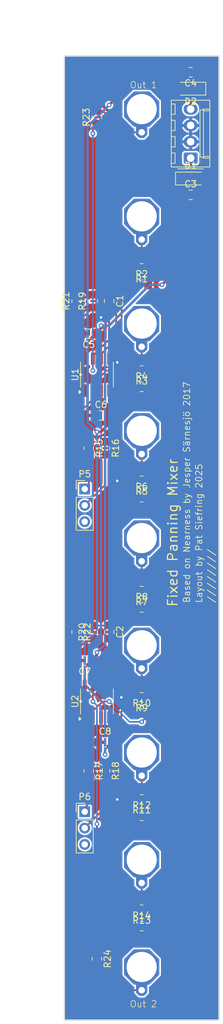
<source format=kicad_pcb>
(kicad_pcb (version 20240108) (generator "pcbnew") (generator_version "8.0")
  (layers (0 "F.Cu" signal) (31 "B.Cu" signal) (34 "B.Paste" user) (35 "F.Paste" user) (36 "B.SilkS" user "B.Silkscreen") (37 "F.SilkS" user "F.Silkscreen") (38 "B.Mask" user) (39 "F.Mask" user) (44 "Edge.Cuts" user))
  (net 0 "")
  (net 1 "GND")
  (net 2 "Net-(U1B--)")
  (net 3 "Net-(C1-Pad2)")
  (net 4 "Net-(U2B--)")
  (net 5 "Net-(C2-Pad2)")
  (net 6 "+12V")
  (net 7 "-12V")
  (net 8 "+12VEntry")
  (net 9 "-12VEntry")
  (net 10 "Net-(P5-Pin_2)")
  (net 11 "Net-(P5-Pin_1)")
  (net 12 "Net-(P6-Pin_2)")
  (net 13 "Net-(P6-Pin_1)")
  (net 14 "Net-(U1A--)")
  (net 15 "Net-(U2A--)")
  (net 16 "2")
  (net 17 "3")
  (net 18 "4")
  (net 19 "5")
  (net 20 "6")
  (net 21 "7")
  (net 22 "8")
  (net 23 "1 (top out)")
  (net 24 "9 (bottom out)")
  (net 25 "x")
  (net 26 "y")
  (footprint "Package_SO:SOIC-8_3.9x4.9mm_P1.27mm" (layer "F.Cu") (at 120.015 69.85 90)
    (property "Reference" "U1" (at 0 -3.4 90) (layer "F.SilkS"))
    (property "Value" "LME49720")
    (pad "1" smd roundrect (at -2.475 -1.905 90) (size 1.95 0.6) (layers "F.Cu" "F.Paste" "F.Mask") (net 11 "Net-(P5-Pin_1)"))
    (pad "2" smd roundrect (at -2.475 -0.635 90) (size 1.95 0.6) (layers "F.Cu" "F.Paste" "F.Mask") (net 14 "Net-(U1A--)"))
    (pad "3" smd roundrect (at -2.475 0.635 90) (size 1.95 0.6) (layers "F.Cu" "F.Paste" "F.Mask") (net 1 "GND"))
    (pad "4" smd roundrect (at -2.475 1.905 90) (size 1.95 0.6) (layers "F.Cu" "F.Paste" "F.Mask") (net 7 "-12V"))
    (pad "5" smd roundrect (at 2.475 1.905 90) (size 1.95 0.6) (layers "F.Cu" "F.Paste" "F.Mask") (net 1 "GND"))
    (pad "6" smd roundrect (at 2.475 0.635 90) (size 1.95 0.6) (layers "F.Cu" "F.Paste" "F.Mask") (net 2 "Net-(U1B--)"))
    (pad "7" smd roundrect (at 2.475 -0.635 90) (size 1.95 0.6) (layers "F.Cu" "F.Paste" "F.Mask") (net 3 "Net-(C1-Pad2)"))
    (pad "8" smd roundrect (at 2.475 -1.905 90) (size 1.95 0.6) (layers "F.Cu" "F.Paste" "F.Mask") (net 6 "+12V"))
  )
  (footprint "Connector_PinHeader_2.54mm:PinHeader_1x03_P2.54mm_Vertical" (layer "F.Cu") (at 118.11 87.63)
    (property "Reference" "P5" (at 0 -2.33 0) (layer "F.SilkS"))
    (property "Value" "PinHeader_1x03_P2.54mm_Vertical")
    (pad "1" thru_hole rect (at 0 0) (size 1.7 1.7) (drill 1) (layers "*.Cu" "*.Mask") (net 11 "Net-(P5-Pin_1)"))
    (pad "2" thru_hole oval (at 0 2.54) (size 1.7 1.7) (drill 1) (layers "*.Cu" "*.Mask") (net 10 "Net-(P5-Pin_2)"))
    (pad "3" thru_hole oval (at 0 5.08) (size 1.7 1.7) (drill 1) (layers "*.Cu" "*.Mask") (net 25 "x"))
  )
  (footprint "Resistor_SMD:R_0805_2012Metric_Pad1.20x1.40mm_HandSolder" (layer "F.Cu") (at 119.38 109.855 90)
    (property "Reference" "R20" (at 0 -1.65 90) (layer "F.SilkS"))
    (property "Value" "100k")
    (pad "1" smd roundrect (at -1 0 90) (size 1.2 1.4) (layers "F.Cu" "F.Paste" "F.Mask") (roundrect_rratio 0.208333) (net 13 "Net-(P6-Pin_1)"))
    (pad "2" smd roundrect (at 1 0 90) (size 1.2 1.4) (layers "F.Cu" "F.Paste" "F.Mask") (roundrect_rratio 0.208333) (net 4 "Net-(U2B--)"))
  )
  (footprint "Resistor_SMD:R_0805_2012Metric_Pad1.20x1.40mm_HandSolder" (layer "F.Cu") (at 127 103.505 180)
    (property "Reference" "R7" (at 0 -1.65 0) (layer "F.SilkS"))
    (property "Value" "141k")
    (pad "1" smd roundrect (at -1 0 180) (size 1.2 1.4) (layers "F.Cu" "F.Paste" "F.Mask") (roundrect_rratio 0.208333) (net 19 "5"))
    (pad "2" smd roundrect (at 1 0 180) (size 1.2 1.4) (layers "F.Cu" "F.Paste" "F.Mask") (roundrect_rratio 0.208333) (net 14 "Net-(U1A--)"))
  )
  (footprint "Library:BananaJackHookup" (layer "F.Cu") (at 127 28.575)
    (property "Reference" "REF**" (hide yes))
    (property "Value" "BananaJackHookup" (hide yes))
    (fp_text user "Out 1" (at -1.905 -3.175 0) (layer "F.SilkS") (effects (font (thickness 0.1)) (justify left bottom)))
    (pad "1" thru_hole roundrect (at 0 0) (size 5.5 5.5) (drill 4.699) (layers "*.Cu" "*.Mask") (roundrect_rratio 0) (chamfer_ratio 0.28) (chamfer top_left top_right bottom_left bottom_right) (net 23 "1 (top out)"))
    (pad "P2" thru_hole roundrect (at 0 3.61 180) (size 1.778 1.778) (drill 1.016) (layers "*.Cu" "*.Mask") (roundrect_rratio 0) (chamfer_ratio 0.29) (chamfer top_left top_right) (net 23 "1 (top out)"))
  )
  (footprint "Resistor_SMD:R_0805_2012Metric_Pad1.20x1.40mm_HandSolder" (layer "F.Cu") (at 116.84 109.855 -90)
    (property "Reference" "R22" (at 0 -1.65 90) (layer "F.SilkS"))
    (property "Value" "100k")
    (pad "1" smd roundrect (at -1 0 270) (size 1.2 1.4) (layers "F.Cu" "F.Paste" "F.Mask") (roundrect_rratio 0.208333) (net 4 "Net-(U2B--)"))
    (pad "2" smd roundrect (at 1 0 270) (size 1.2 1.4) (layers "F.Cu" "F.Paste" "F.Mask") (roundrect_rratio 0.208333) (net 24 "9 (bottom out)"))
  )
  (footprint "Capacitor_SMD:C_0805_2012Metric_Pad1.18x1.45mm_HandSolder" (layer "F.Cu") (at 120.65 76.2)
    (property "Reference" "C6" (at 0 -1.68 0) (layer "F.SilkS"))
    (property "Value" "100n")
    (pad "1" smd roundrect (at -1.0375 0) (size 1.175 1.45) (layers "F.Cu" "F.Paste" "F.Mask") (roundrect_rratio 0.212766) (net 1 "GND"))
    (pad "2" smd roundrect (at 1.0375 0) (size 1.175 1.45) (layers "F.Cu" "F.Paste" "F.Mask") (roundrect_rratio 0.212766) (net 7 "-12V"))
  )
  (footprint "Resistor_SMD:R_0805_2012Metric_Pad1.20x1.40mm_HandSolder" (layer "F.Cu") (at 120.015 29.845 90)
    (property "Reference" "R23" (at 0 -1.65 90) (layer "F.SilkS"))
    (property "Value" "1k")
    (pad "1" smd roundrect (at -1 0 90) (size 1.2 1.4) (layers "F.Cu" "F.Paste" "F.Mask") (roundrect_rratio 0.208333) (net 3 "Net-(C1-Pad2)"))
    (pad "2" smd roundrect (at 1 0 90) (size 1.2 1.4) (layers "F.Cu" "F.Paste" "F.Mask") (roundrect_rratio 0.208333) (net 23 "1 (top out)"))
  )
  (footprint "Resistor_SMD:R_0805_2012Metric_Pad1.20x1.40mm_HandSolder" (layer "F.Cu") (at 127 153.035 180)
    (property "Reference" "R13" (at 0 -1.65 0) (layer "F.SilkS"))
    (property "Value" "1M67")
    (pad "1" smd roundrect (at -1 0 180) (size 1.2 1.4) (layers "F.Cu" "F.Paste" "F.Mask") (roundrect_rratio 0.208333) (net 22 "8"))
    (pad "2" smd roundrect (at 1 0 180) (size 1.2 1.4) (layers "F.Cu" "F.Paste" "F.Mask") (roundrect_rratio 0.208333) (net 14 "Net-(U1A--)"))
  )
  (footprint "Library:BananaJackHookup" (layer "F.Cu") (at 127 95.25)
    (property "Reference" "REF**" (hide yes))
    (property "Value" "BananaJackHookup" (hide yes))
    (pad "1" thru_hole roundrect (at 0 0) (size 5.5 5.5) (drill 4.699) (layers "*.Cu" "*.Mask") (roundrect_rratio 0) (chamfer_ratio 0.28) (chamfer top_left top_right bottom_left bottom_right) (net 19 "5"))
    (pad "P2" thru_hole roundrect (at 0 3.61 180) (size 1.778 1.778) (drill 1.016) (layers "*.Cu" "*.Mask") (roundrect_rratio 0) (chamfer_ratio 0.29) (chamfer top_left top_right) (net 19 "5"))
  )
  (footprint "Resistor_SMD:R_0805_2012Metric_Pad1.20x1.40mm_HandSolder" (layer "F.Cu") (at 127 86.36 180)
    (property "Reference" "R5" (at 0 -1.65 0) (layer "F.SilkS"))
    (property "Value" "113k")
    (pad "1" smd roundrect (at -1 0 180) (size 1.2 1.4) (layers "F.Cu" "F.Paste" "F.Mask") (roundrect_rratio 0.208333) (net 18 "4"))
    (pad "2" smd roundrect (at 1 0 180) (size 1.2 1.4) (layers "F.Cu" "F.Paste" "F.Mask") (roundrect_rratio 0.208333) (net 14 "Net-(U1A--)"))
  )
  (footprint "Resistor_SMD:R_0805_2012Metric_Pad1.20x1.40mm_HandSolder" (layer "F.Cu") (at 127 106.045)
    (property "Reference" "R8" (at 0 -1.65 0) (layer "F.SilkS"))
    (property "Value" "141k")
    (pad "1" smd roundrect (at -1 0) (size 1.2 1.4) (layers "F.Cu" "F.Paste" "F.Mask") (roundrect_rratio 0.208333) (net 19 "5"))
    (pad "2" smd roundrect (at 1 0) (size 1.2 1.4) (layers "F.Cu" "F.Paste" "F.Mask") (roundrect_rratio 0.208333) (net 15 "Net-(U2A--)"))
  )
  (footprint "Resistor_SMD:R_0805_2012Metric_Pad1.20x1.40mm_HandSolder" (layer "F.Cu") (at 121.285 81.28 -90)
    (property "Reference" "R16" (at 0 -1.65 90) (layer "F.SilkS"))
    (property "Value" "100k")
    (pad "1" smd roundrect (at -1 0 270) (size 1.2 1.4) (layers "F.Cu" "F.Paste" "F.Mask") (roundrect_rratio 0.208333) (net 14 "Net-(U1A--)"))
    (pad "2" smd roundrect (at 1 0 270) (size 1.2 1.4) (layers "F.Cu" "F.Paste" "F.Mask") (roundrect_rratio 0.208333) (net 10 "Net-(P5-Pin_2)"))
  )
  (footprint "Connector_Molex:Molex_KK-254_AE-6410-04A_1x04_P2.54mm_Vertical" (layer "F.Cu") (at 134.64 36.195 90)
    (property "Reference" "REF**" (hide yes))
    (property "Value" "Molex_KK-254_AE-6410-04A_1x04_P2.54mm_Vertical")
    (pad "1" thru_hole roundrect (at 0 0 90) (size 1.74 2.19) (drill 1.19) (layers "*.Cu" "*.Mask") (roundrect_rratio 0.143678) (net 8 "+12VEntry"))
    (pad "2" thru_hole oval (at 2.54 0 90) (size 1.74 2.19) (drill 1.19) (layers "*.Cu" "*.Mask") (net 1 "GND"))
    (pad "3" thru_hole oval (at 5.08 0 90) (size 1.74 2.19) (drill 1.19) (layers "*.Cu" "*.Mask") (net 1 "GND"))
    (pad "4" thru_hole oval (at 7.62 0 90) (size 1.74 2.19) (drill 1.19) (layers "*.Cu" "*.Mask") (net 9 "-12VEntry"))
  )
  (footprint "Resistor_SMD:R_0805_2012Metric_Pad1.20x1.40mm_HandSolder" (layer "F.Cu") (at 121.285 131.445 -90)
    (property "Reference" "R18" (at 0 -1.65 90) (layer "F.SilkS"))
    (property "Value" "100k")
    (pad "1" smd roundrect (at -1 0 270) (size 1.2 1.4) (layers "F.Cu" "F.Paste" "F.Mask") (roundrect_rratio 0.208333) (net 15 "Net-(U2A--)"))
    (pad "2" smd roundrect (at 1 0 270) (size 1.2 1.4) (layers "F.Cu" "F.Paste" "F.Mask") (roundrect_rratio 0.208333) (net 12 "Net-(P6-Pin_2)"))
  )
  (footprint "Capacitor_SMD:C_0805_2012Metric_Pad1.18x1.45mm_HandSolder" (layer "F.Cu") (at 121.285 127)
    (property "Reference" "C8" (at 0 -1.68 0) (layer "F.SilkS"))
    (property "Value" "100n")
    (pad "1" smd roundrect (at -1.0375 0) (size 1.175 1.45) (layers "F.Cu" "F.Paste" "F.Mask") (roundrect_rratio 0.212766) (net 1 "GND"))
    (pad "2" smd roundrect (at 1.0375 0) (size 1.175 1.45) (layers "F.Cu" "F.Paste" "F.Mask") (roundrect_rratio 0.212766) (net 7 "-12V"))
  )
  (footprint "Resistor_SMD:R_0805_2012Metric_Pad1.20x1.40mm_HandSolder" (layer "F.Cu") (at 127 138.43)
    (property "Reference" "R12" (at 0 -1.65 0) (layer "F.SilkS"))
    (property "Value" "103k")
    (pad "1" smd roundrect (at -1 0) (size 1.2 1.4) (layers "F.Cu" "F.Paste" "F.Mask") (roundrect_rratio 0.208333) (net 21 "7"))
    (pad "2" smd roundrect (at 1 0) (size 1.2 1.4) (layers "F.Cu" "F.Paste" "F.Mask") (roundrect_rratio 0.208333) (net 15 "Net-(U2A--)"))
  )
  (footprint "Library:BananaJackHookup" (layer "F.Cu") (at 127 161.925)
    (property "Reference" "REF**" (hide yes))
    (property "Value" "BananaJackHookup" (hide yes))
    (fp_text user "Out 2" (at -1.905 6.35 0) (layer "F.SilkS") (effects (font (thickness 0.1)) (justify left bottom)))
    (pad "1" thru_hole roundrect (at 0 0) (size 5.5 5.5) (drill 4.699) (layers "*.Cu" "*.Mask") (roundrect_rratio 0) (chamfer_ratio 0.28) (chamfer top_left top_right bottom_left bottom_right) (net 24 "9 (bottom out)"))
    (pad "P2" thru_hole roundrect (at 0 3.61 180) (size 1.778 1.778) (drill 1.016) (layers "*.Cu" "*.Mask") (roundrect_rratio 0) (chamfer_ratio 0.29) (chamfer top_left top_right) (net 24 "9 (bottom out)"))
  )
  (footprint "Library:BananaJackHookup" (layer "F.Cu") (at 127 45.24375)
    (property "Reference" "REF**" (hide yes))
    (property "Value" "BananaJackHookup" (hide yes))
    (pad "1" thru_hole roundrect (at 0 0) (size 5.5 5.5) (drill 4.699) (layers "*.Cu" "*.Mask") (roundrect_rratio 0) (chamfer_ratio 0.28) (chamfer top_left top_right bottom_left bottom_right) (net 16 "2"))
    (pad "P2" thru_hole roundrect (at 0 3.61 180) (size 1.778 1.778) (drill 1.016) (layers "*.Cu" "*.Mask") (roundrect_rratio 0) (chamfer_ratio 0.29) (chamfer top_left top_right) (net 16 "2"))
  )
  (footprint "Resistor_SMD:R_0805_2012Metric_Pad1.20x1.40mm_HandSolder" (layer "F.Cu") (at 127 69.215 180)
    (property "Reference" "R3" (at 0 -1.65 0) (layer "F.SilkS"))
    (property "Value" "103k")
    (pad "1" smd roundrect (at -1 0 180) (size 1.2 1.4) (layers "F.Cu" "F.Paste" "F.Mask") (roundrect_rratio 0.208333) (net 17 "3"))
    (pad "2" smd roundrect (at 1 0 180) (size 1.2 1.4) (layers "F.Cu" "F.Paste" "F.Mask") (roundrect_rratio 0.208333) (net 14 "Net-(U1A--)"))
  )
  (footprint "Library:BananaJackHookup" (layer "F.Cu") (at 127 111.91875)
    (property "Reference" "REF**" (hide yes))
    (property "Value" "BananaJackHookup" (hide yes))
    (pad "1" thru_hole roundrect (at 0 0) (size 5.5 5.5) (drill 4.699) (layers "*.Cu" "*.Mask") (roundrect_rratio 0) (chamfer_ratio 0.28) (chamfer top_left top_right bottom_left bottom_right) (net 20 "6"))
    (pad "P2" thru_hole roundrect (at 0 3.61 180) (size 1.778 1.778) (drill 1.016) (layers "*.Cu" "*.Mask") (roundrect_rratio 0) (chamfer_ratio 0.29) (chamfer top_left top_right) (net 20 "6"))
  )
  (footprint "Diode_SMD:D_SOD-123" (layer "F.Cu") (at 134.64 25.4 180)
    (property "Reference" "D2" (at 0 -2 0) (layer "F.SilkS"))
    (property "Value" "1N5819HW")
    (pad "1" smd roundrect (at -1.65 0 180) (size 0.9 1.2) (layers "F.Cu" "F.Paste" "F.Mask") (net 9 "-12VEntry"))
    (pad "2" smd roundrect (at 1.65 0 180) (size 0.9 1.2) (layers "F.Cu" "F.Paste" "F.Mask") (net 7 "-12V"))
  )
  (footprint "Resistor_SMD:R_0805_2012Metric_Pad1.20x1.40mm_HandSolder" (layer "F.Cu") (at 127 120.015 180)
    (property "Reference" "R9" (at 0 -1.65 0) (layer "F.SilkS"))
    (property "Value" "215k")
    (pad "1" smd roundrect (at -1 0 180) (size 1.2 1.4) (layers "F.Cu" "F.Paste" "F.Mask") (roundrect_rratio 0.208333) (net 20 "6"))
    (pad "2" smd roundrect (at 1 0 180) (size 1.2 1.4) (layers "F.Cu" "F.Paste" "F.Mask") (roundrect_rratio 0.208333) (net 14 "Net-(U1A--)"))
  )
  (footprint "Resistor_SMD:R_0805_2012Metric_Pad1.20x1.40mm_HandSolder" (layer "F.Cu") (at 127 135.89 180)
    (property "Reference" "R11" (at 0 -1.65 0) (layer "F.SilkS"))
    (property "Value" "439k")
    (pad "1" smd roundrect (at -1 0 180) (size 1.2 1.4) (layers "F.Cu" "F.Paste" "F.Mask") (roundrect_rratio 0.208333) (net 21 "7"))
    (pad "2" smd roundrect (at 1 0 180) (size 1.2 1.4) (layers "F.Cu" "F.Paste" "F.Mask") (roundrect_rratio 0.208333) (net 14 "Net-(U1A--)"))
  )
  (footprint "Capacitor_SMD:C_0805_2012Metric_Pad1.18x1.45mm_HandSolder" (layer "F.Cu") (at 134.64 41.91)
    (property "Reference" "C3" (at 0 -1.68 0) (layer "F.SilkS"))
    (property "Value" "10uF")
    (pad "1" smd roundrect (at -1.0375 0) (size 1.175 1.45) (layers "F.Cu" "F.Paste" "F.Mask") (roundrect_rratio 0.212766) (net 6 "+12V"))
    (pad "2" smd roundrect (at 1.0375 0) (size 1.175 1.45) (layers "F.Cu" "F.Paste" "F.Mask") (roundrect_rratio 0.212766) (net 1 "GND"))
  )
  (footprint "Resistor_SMD:R_0805_2012Metric_Pad1.20x1.40mm_HandSolder" (layer "F.Cu") (at 119.38 58.42 90)
    (property "Reference" "R19" (at 0 -1.65 90) (layer "F.SilkS"))
    (property "Value" "100k")
    (pad "1" smd roundrect (at -1 0 90) (size 1.2 1.4) (layers "F.Cu" "F.Paste" "F.Mask") (roundrect_rratio 0.208333) (net 11 "Net-(P5-Pin_1)"))
    (pad "2" smd roundrect (at 1 0 90) (size 1.2 1.4) (layers "F.Cu" "F.Paste" "F.Mask") (roundrect_rratio 0.208333) (net 2 "Net-(U1B--)"))
  )
  (footprint "Capacitor_SMD:C_0805_2012Metric_Pad1.18x1.45mm_HandSolder" (layer "F.Cu") (at 121.92 58.42 -90)
    (property "Reference" "C1" (at 0 -1.68 90) (layer "F.SilkS"))
    (property "Value" "22p")
    (pad "1" smd roundrect (at -1.0375 0 270) (size 1.175 1.45) (layers "F.Cu" "F.Paste" "F.Mask") (roundrect_rratio 0.212766) (net 2 "Net-(U1B--)"))
    (pad "2" smd roundrect (at 1.0375 0 270) (size 1.175 1.45) (layers "F.Cu" "F.Paste" "F.Mask") (roundrect_rratio 0.212766) (net 3 "Net-(C1-Pad2)"))
  )
  (footprint "Resistor_SMD:R_0805_2012Metric_Pad1.20x1.40mm_HandSolder" (layer "F.Cu") (at 120.015 160.655 -90)
    (property "Reference" "R24" (at 0 -1.65 90) (layer "F.SilkS"))
    (property "Value" "1k")
    (pad "1" smd roundrect (at -1 0 270) (size 1.2 1.4) (layers "F.Cu" "F.Paste" "F.Mask") (roundrect_rratio 0.208333) (net 5 "Net-(C2-Pad2)"))
    (pad "2" smd roundrect (at 1 0 270) (size 1.2 1.4) (layers "F.Cu" "F.Paste" "F.Mask") (roundrect_rratio 0.208333) (net 24 "9 (bottom out)"))
  )
  (footprint "Resistor_SMD:R_0805_2012Metric_Pad1.20x1.40mm_HandSolder" (layer "F.Cu") (at 127 122.555)
    (property "Reference" "R10" (at 0 -1.65 0) (layer "F.SilkS"))
    (property "Value" "113k")
    (pad "1" smd roundrect (at -1 0) (size 1.2 1.4) (layers "F.Cu" "F.Paste" "F.Mask") (roundrect_rratio 0.208333) (net 20 "6"))
    (pad "2" smd roundrect (at 1 0) (size 1.2 1.4) (layers "F.Cu" "F.Paste" "F.Mask") (roundrect_rratio 0.208333) (net 15 "Net-(U2A--)"))
  )
  (footprint "Resistor_SMD:R_0805_2012Metric_Pad1.20x1.40mm_HandSolder" (layer "F.Cu") (at 118.745 131.445 -90)
    (property "Reference" "R17" (at 0 -1.65 90) (layer "F.SilkS"))
    (property "Value" "100k")
    (pad "1" smd roundrect (at -1 0 270) (size 1.2 1.4) (layers "F.Cu" "F.Paste" "F.Mask") (roundrect_rratio 0.208333) (net 15 "Net-(U2A--)"))
    (pad "2" smd roundrect (at 1 0 270) (size 1.2 1.4) (layers "F.Cu" "F.Paste" "F.Mask") (roundrect_rratio 0.208333) (net 13 "Net-(P6-Pin_1)"))
  )
  (footprint "Capacitor_SMD:C_0805_2012Metric_Pad1.18x1.45mm_HandSolder" (layer "F.Cu") (at 118.11 114.3 180)
    (property "Reference" "C7" (at 0 -1.68 0) (layer "F.SilkS"))
    (property "Value" "100n")
    (pad "1" smd roundrect (at -1.0375 0 180) (size 1.175 1.45) (layers "F.Cu" "F.Paste" "F.Mask") (roundrect_rratio 0.212766) (net 6 "+12V"))
    (pad "2" smd roundrect (at 1.0375 0 180) (size 1.175 1.45) (layers "F.Cu" "F.Paste" "F.Mask") (roundrect_rratio 0.212766) (net 1 "GND"))
  )
  (footprint "Resistor_SMD:R_0805_2012Metric_Pad1.20x1.40mm_HandSolder" (layer "F.Cu") (at 127 155.575)
    (property "Reference" "R14" (at 0 -1.65 0) (layer "F.SilkS"))
    (property "Value" "100k")
    (pad "1" smd roundrect (at -1 0) (size 1.2 1.4) (layers "F.Cu" "F.Paste" "F.Mask") (roundrect_rratio 0.208333) (net 22 "8"))
    (pad "2" smd roundrect (at 1 0) (size 1.2 1.4) (layers "F.Cu" "F.Paste" "F.Mask") (roundrect_rratio 0.208333) (net 15 "Net-(U2A--)"))
  )
  (footprint "Capacitor_SMD:C_0805_2012Metric_Pad1.18x1.45mm_HandSolder" (layer "F.Cu") (at 121.92 109.855 -90)
    (property "Reference" "C2" (at 0 -1.68 90) (layer "F.SilkS"))
    (property "Value" "22p")
    (pad "1" smd roundrect (at -1.0375 0 270) (size 1.175 1.45) (layers "F.Cu" "F.Paste" "F.Mask") (roundrect_rratio 0.212766) (net 4 "Net-(U2B--)"))
    (pad "2" smd roundrect (at 1.0375 0 270) (size 1.175 1.45) (layers "F.Cu" "F.Paste" "F.Mask") (roundrect_rratio 0.212766) (net 5 "Net-(C2-Pad2)"))
  )
  (footprint "Resistor_SMD:R_0805_2012Metric_Pad1.20x1.40mm_HandSolder" (layer "F.Cu") (at 116.84 58.42 90)
    (property "Reference" "R21" (at 0 -1.65 90) (layer "F.SilkS"))
    (property "Value" "100k")
    (pad "1" smd roundrect (at -1 0 90) (size 1.2 1.4) (layers "F.Cu" "F.Paste" "F.Mask") (roundrect_rratio 0.208333) (net 2 "Net-(U1B--)"))
    (pad "2" smd roundrect (at 1 0 90) (size 1.2 1.4) (layers "F.Cu" "F.Paste" "F.Mask") (roundrect_rratio 0.208333) (net 23 "1 (top out)"))
  )
  (footprint "Resistor_SMD:R_0805_2012Metric_Pad1.20x1.40mm_HandSolder" (layer "F.Cu") (at 118.745 81.28 -90)
    (property "Reference" "R15" (at 0 -1.65 90) (layer "F.SilkS"))
    (property "Value" "100k")
    (pad "1" smd roundrect (at -1 0 270) (size 1.2 1.4) (layers "F.Cu" "F.Paste" "F.Mask") (roundrect_rratio 0.208333) (net 14 "Net-(U1A--)"))
    (pad "2" smd roundrect (at 1 0 270) (size 1.2 1.4) (layers "F.Cu" "F.Paste" "F.Mask") (roundrect_rratio 0.208333) (net 11 "Net-(P5-Pin_1)"))
  )
  (footprint "Resistor_SMD:R_0805_2012Metric_Pad1.20x1.40mm_HandSolder" (layer "F.Cu") (at 127 71.755)
    (property "Reference" "R4" (at 0 -1.65 0) (layer "F.SilkS"))
    (property "Value" "439k")
    (pad "1" smd roundrect (at -1 0) (size 1.2 1.4) (layers "F.Cu" "F.Paste" "F.Mask") (roundrect_rratio 0.208333) (net 17 "3"))
    (pad "2" smd roundrect (at 1 0) (size 1.2 1.4) (layers "F.Cu" "F.Paste" "F.Mask") (roundrect_rratio 0.208333) (net 15 "Net-(U2A--)"))
  )
  (footprint "Diode_SMD:D_SOD-123" (layer "F.Cu") (at 134.64 39.37)
    (property "Reference" "D1" (at 0 -2 0) (layer "F.SilkS"))
    (property "Value" "1N5819HW")
    (pad "1" smd roundrect (at -1.65 0) (size 0.9 1.2) (layers "F.Cu" "F.Paste" "F.Mask") (net 6 "+12V"))
    (pad "2" smd roundrect (at 1.65 0) (size 0.9 1.2) (layers "F.Cu" "F.Paste" "F.Mask") (net 8 "+12VEntry"))
  )
  (footprint "Package_SO:SOIC-8_3.9x4.9mm_P1.27mm" (layer "F.Cu") (at 120.015 120.65 90)
    (property "Reference" "U2" (at 0 -3.4 90) (layer "F.SilkS"))
    (property "Value" "LME49720")
    (pad "1" smd roundrect (at -2.475 -1.905 90) (size 1.95 0.6) (layers "F.Cu" "F.Paste" "F.Mask") (net 13 "Net-(P6-Pin_1)"))
    (pad "2" smd roundrect (at -2.475 -0.635 90) (size 1.95 0.6) (layers "F.Cu" "F.Paste" "F.Mask") (net 15 "Net-(U2A--)"))
    (pad "3" smd roundrect (at -2.475 0.635 90) (size 1.95 0.6) (layers "F.Cu" "F.Paste" "F.Mask") (net 1 "GND"))
    (pad "4" smd roundrect (at -2.475 1.905 90) (size 1.95 0.6) (layers "F.Cu" "F.Paste" "F.Mask") (net 7 "-12V"))
    (pad "5" smd roundrect (at 2.475 1.905 90) (size 1.95 0.6) (layers "F.Cu" "F.Paste" "F.Mask") (net 1 "GND"))
    (pad "6" smd roundrect (at 2.475 0.635 90) (size 1.95 0.6) (layers "F.Cu" "F.Paste" "F.Mask") (net 4 "Net-(U2B--)"))
    (pad "7" smd roundrect (at 2.475 -0.635 90) (size 1.95 0.6) (layers "F.Cu" "F.Paste" "F.Mask") (net 5 "Net-(C2-Pad2)"))
    (pad "8" smd roundrect (at 2.475 -1.905 90) (size 1.95 0.6) (layers "F.Cu" "F.Paste" "F.Mask") (net 6 "+12V"))
  )
  (footprint "Library:BananaJackHookup" (layer "F.Cu") (at 127 78.58125)
    (property "Reference" "REF**" (hide yes))
    (property "Value" "BananaJackHookup" (hide yes))
    (pad "1" thru_hole roundrect (at 0 0) (size 5.5 5.5) (drill 4.699) (layers "*.Cu" "*.Mask") (roundrect_rratio 0) (chamfer_ratio 0.28) (chamfer top_left top_right bottom_left bottom_right) (net 18 "4"))
    (pad "P2" thru_hole roundrect (at 0 3.61 180) (size 1.778 1.778) (drill 1.016) (layers "*.Cu" "*.Mask") (roundrect_rratio 0) (chamfer_ratio 0.29) (chamfer top_left top_right) (net 18 "4"))
  )
  (footprint "Library:BananaJackHookup" (layer "F.Cu") (at 127 145.25625)
    (property "Reference" "REF**" (hide yes))
    (property "Value" "BananaJackHookup" (hide yes))
    (pad "1" thru_hole roundrect (at 0 0) (size 5.5 5.5) (drill 4.699) (layers "*.Cu" "*.Mask") (roundrect_rratio 0) (chamfer_ratio 0.28) (chamfer top_left top_right bottom_left bottom_right) (net 22 "8"))
    (pad "P2" thru_hole roundrect (at 0 3.61 180) (size 1.778 1.778) (drill 1.016) (layers "*.Cu" "*.Mask") (roundrect_rratio 0) (chamfer_ratio 0.29) (chamfer top_left top_right) (net 22 "8"))
  )
  (footprint "Library:BananaJackHookup" (layer "F.Cu") (at 127 128.5875)
    (property "Reference" "REF**" (hide yes))
    (property "Value" "BananaJackHookup" (hide yes))
    (pad "1" thru_hole roundrect (at 0 0) (size 5.5 5.5) (drill 4.699) (layers "*.Cu" "*.Mask") (roundrect_rratio 0) (chamfer_ratio 0.28) (chamfer top_left top_right bottom_left bottom_right) (net 21 "7"))
    (pad "P2" thru_hole roundrect (at 0 3.61 180) (size 1.778 1.778) (drill 1.016) (layers "*.Cu" "*.Mask") (roundrect_rratio 0) (chamfer_ratio 0.29) (chamfer top_left top_right) (net 21 "7"))
  )
  (footprint "Resistor_SMD:R_0805_2012Metric_Pad1.20x1.40mm_HandSolder" (layer "F.Cu") (at 127 55.88)
    (property "Reference" "R2" (at 0 -1.65 0) (layer "F.SilkS"))
    (property "Value" "1M67")
    (pad "1" smd roundrect (at -1 0) (size 1.2 1.4) (layers "F.Cu" "F.Paste" "F.Mask") (roundrect_rratio 0.208333) (net 16 "2"))
    (pad "2" smd roundrect (at 1 0) (size 1.2 1.4) (layers "F.Cu" "F.Paste" "F.Mask") (roundrect_rratio 0.208333) (net 15 "Net-(U2A--)"))
  )
  (footprint "Resistor_SMD:R_0805_2012Metric_Pad1.20x1.40mm_HandSolder" (layer "F.Cu") (at 127 88.9)
    (property "Reference" "R6" (at 0 -1.65 0) (layer "F.SilkS"))
    (property "Value" "215k")
    (pad "1" smd roundrect (at -1 0) (size 1.2 1.4) (layers "F.Cu" "F.Paste" "F.Mask") (roundrect_rratio 0.208333) (net 18 "4"))
    (pad "2" smd roundrect (at 1 0) (size 1.2 1.4) (layers "F.Cu" "F.Paste" "F.Mask") (roundrect_rratio 0.208333) (net 15 "Net-(U2A--)"))
  )
  (footprint "Connector_PinHeader_2.54mm:PinHeader_1x03_P2.54mm_Vertical" (layer "F.Cu") (at 118.11 137.795)
    (property "Reference" "P6" (at 0 -2.33 0) (layer "F.SilkS"))
    (property "Value" "PinHeader_1x03_P2.54mm_Vertical")
    (pad "1" thru_hole rect (at 0 0) (size 1.7 1.7) (drill 1) (layers "*.Cu" "*.Mask") (net 13 "Net-(P6-Pin_1)"))
    (pad "2" thru_hole oval (at 0 2.54) (size 1.7 1.7) (drill 1) (layers "*.Cu" "*.Mask") (net 12 "Net-(P6-Pin_2)"))
    (pad "3" thru_hole oval (at 0 5.08) (size 1.7 1.7) (drill 1) (layers "*.Cu" "*.Mask") (net 26 "y"))
  )
  (footprint "Library:BananaJackHookup" (layer "F.Cu") (at 127 61.9125)
    (property "Reference" "REF**" (hide yes))
    (property "Value" "BananaJackHookup" (hide yes))
    (pad "1" thru_hole roundrect (at 0 0) (size 5.5 5.5) (drill 4.699) (layers "*.Cu" "*.Mask") (roundrect_rratio 0) (chamfer_ratio 0.28) (chamfer top_left top_right bottom_left bottom_right) (net 17 "3"))
    (pad "P2" thru_hole roundrect (at 0 3.61 180) (size 1.778 1.778) (drill 1.016) (layers "*.Cu" "*.Mask") (roundrect_rratio 0) (chamfer_ratio 0.29) (chamfer top_left top_right) (net 17 "3"))
  )
  (footprint "Capacitor_SMD:C_0805_2012Metric_Pad1.18x1.45mm_HandSolder" (layer "F.Cu") (at 134.64 22.86 180)
    (property "Reference" "C4" (at 0 -1.68 0) (layer "F.SilkS"))
    (property "Value" "10uF")
    (pad "1" smd roundrect (at -1.0375 0 180) (size 1.175 1.45) (layers "F.Cu" "F.Paste" "F.Mask") (roundrect_rratio 0.212766) (net 1 "GND"))
    (pad "2" smd roundrect (at 1.0375 0 180) (size 1.175 1.45) (layers "F.Cu" "F.Paste" "F.Mask") (roundrect_rratio 0.212766) (net 7 "-12V"))
  )
  (footprint "Capacitor_SMD:C_0805_2012Metric_Pad1.18x1.45mm_HandSolder" (layer "F.Cu") (at 118.745 63.5 180)
    (property "Reference" "C5" (at 0 -1.68 0) (layer "F.SilkS"))
    (property "Value" "100n")
    (pad "1" smd roundrect (at -1.0375 0 180) (size 1.175 1.45) (layers "F.Cu" "F.Paste" "F.Mask") (roundrect_rratio 0.212766) (net 6 "+12V"))
    (pad "2" smd roundrect (at 1.0375 0 180) (size 1.175 1.45) (layers "F.Cu" "F.Paste" "F.Mask") (roundrect_rratio 0.212766) (net 1 "GND"))
  )
  (footprint "Resistor_SMD:R_0805_2012Metric_Pad1.20x1.40mm_HandSolder" (layer "F.Cu") (at 127 53.34 180)
    (property "Reference" "R1" (at 0 -1.65 0) (layer "F.SilkS"))
    (property "Value" "100k")
    (pad "1" smd roundrect (at -1 0 180) (size 1.2 1.4) (layers "F.Cu" "F.Paste" "F.Mask") (roundrect_rratio 0.208333) (net 16 "2"))
    (pad "2" smd roundrect (at 1 0 180) (size 1.2 1.4) (layers "F.Cu" "F.Paste" "F.Mask") (roundrect_rratio 0.208333) (net 14 "Net-(U1A--)"))
  )
  (gr_rect (start 114.935 20.32) (end 139.065 170.18) (stroke (width 0.2)) (fill none) (layer "Edge.Cuts"))
  (gr_text "Layout by Pat Siefring 2025" (at 136.525 105.41 90) (layer "F.SilkS") (effects (font (size 1 1) (thickness 0.125)) (justify left bottom)))
  (gr_text "Fixed Panning Mixer" (at 132.715 106.045 90) (layer "F.SilkS") (effects (font (size 1.5 1.5) (thickness 0.1875)) (justify left bottom)))
  (gr_text "////////" (at 138.43 105.41 90) (layer "F.SilkS") (effects (font (size 1 1) (thickness 0.125)) (justify left bottom)))
  (gr_text "Based on Nearness by Jesper Särnesjö 2017" (at 134.62 105.41 90) (layer "F.SilkS") (effects (font (size 1 1) (thickness 0.125)) (justify left bottom)))
  (via (at 123.19 135.89) (size 0.762) (drill 0.381) (layers "F.Cu" "B.Cu") (net 1))
  (via (at 123.19 86.36) (size 0.762) (drill 0.381) (layers "F.Cu" "B.Cu") (net 1))
  (via (at 117.475 69.85) (size 0.762) (drill 0.381) (layers "F.Cu" "B.Cu") (net 1))
  (via (at 123.19 67.945) (size 0.762) (drill 0.381) (layers "F.Cu" "B.Cu") (net 1))
  (via (at 117.475 120.65) (size 0.762) (drill 0.381) (layers "F.Cu" "B.Cu") (net 1))
  (via (at 123.825 120.015) (size 0.762) (drill 0.381) (layers "F.Cu" "B.Cu") (net 1))
  (via (at 120.65 60.96) (size 0.762) (drill 0.381) (layers "F.Cu" "B.Cu") (net 1))
  (segment (start 121.48 57.42) (end 119.38 57.42) (width 0.254) (layer "F.Cu") (net 2))
  (segment (start 121.92 57.3825) (end 123.026 58.4885) (width 0.254) (layer "F.Cu") (net 2))
  (segment (start 123.026 58.4885) (end 123.026 64.299) (width 0.254) (layer "F.Cu") (net 2))
  (segment (start 120.65 66.675) (end 120.65 67.375) (width 0.254) (layer "F.Cu") (net 2))
  (segment (start 123.026 64.299) (end 120.65 66.675) (width 0.254) (layer "F.Cu") (net 2))
  (segment (start 116.84 59.42) (end 117.38 59.42) (width 0.254) (layer "F.Cu") (net 2))
  (segment (start 121.92 57.3825) (end 121.5175 57.3825) (width 0.254) (layer "F.Cu") (net 2))
  (segment (start 117.38 59.42) (end 119.38 57.42) (width 0.254) (layer "F.Cu") (net 2))
  (segment (start 121.5175 57.3825) (end 121.48 57.42) (width 0.254) (layer "F.Cu") (net 2))
  (segment (start 119.38 32.385) (end 119.38 31.48) (width 0.254) (layer "F.Cu") (net 3))
  (segment (start 119.38 31.48) (end 120.015 30.845) (width 0.254) (layer "F.Cu") (net 3))
  (segment (start 119.38 67.375) (end 119.38 69.215) (width 0.254) (layer "F.Cu") (net 3))
  (segment (start 119.38 66.914896) (end 119.38 67.375) (width 0.254) (layer "F.Cu") (net 3))
  (segment (start 121.92 64.374896) (end 119.38 66.914896) (width 0.254) (layer "F.Cu") (net 3))
  (segment (start 121.92 59.4575) (end 121.92 64.374896) (width 0.254) (layer "F.Cu") (net 3))
  (via (at 119.38 32.385) (size 0.762) (drill 0.381) (layers "F.Cu" "B.Cu") (net 3))
  (via (at 119.38 69.215) (size 0.762) (drill 0.381) (layers "F.Cu" "B.Cu") (net 3))
  (segment (start 119.38 69.215) (end 119.38 32.385) (width 0.254) (layer "B.Cu") (net 3))
  (segment (start 119.38 108.855) (end 121.8825 108.855) (width 0.254) (layer "F.Cu") (net 4))
  (segment (start 121.8825 108.855) (end 121.92 108.8175) (width 0.254) (layer "F.Cu") (net 4))
  (segment (start 123.361 114.489001) (end 123.361 110.2585) (width 0.254) (layer "F.Cu") (net 4))
  (segment (start 123.361 110.2585) (end 121.92 108.8175) (width 0.254) (layer "F.Cu") (net 4))
  (segment (start 120.65 117.200001) (end 123.361 114.489001) (width 0.254) (layer "F.Cu") (net 4))
  (segment (start 119.38 108.855) (end 116.84 108.855) (width 0.254) (layer "F.Cu") (net 4))
  (segment (start 120.65 118.175) (end 120.65 117.200001) (width 0.254) (layer "F.Cu") (net 4))
  (segment (start 121.92 110.8925) (end 121.92 115.174896) (width 0.254) (layer "F.Cu") (net 5))
  (segment (start 121.92 115.174896) (end 119.38 117.714896) (width 0.254) (layer "F.Cu") (net 5))
  (segment (start 120.015 159.655) (end 120.015 139.7) (width 0.254) (layer "F.Cu") (net 5))
  (segment (start 119.38 117.714896) (end 119.38 118.175) (width 0.254) (layer "F.Cu") (net 5))
  (segment (start 119.38 120.65) (end 119.38 118.175) (width 0.254) (layer "F.Cu") (net 5))
  (via (at 120.015 139.7) (size 0.762) (drill 0.381) (layers "F.Cu" "B.Cu") (net 5))
  (via (at 119.38 120.65) (size 0.762) (drill 0.381) (layers "F.Cu" "B.Cu") (net 5))
  (segment (start 120.015 139.7) (end 120.015 121.285) (width 0.254) (layer "B.Cu") (net 5))
  (segment (start 120.015 121.285) (end 119.38 120.65) (width 0.254) (layer "B.Cu") (net 5))
  (segment (start 133.6025 52.4525) (end 130.175 55.88) (width 0.4) (layer "F.Cu") (net 6))
  (segment (start 132.99 39.37) (end 132.99 41.2975) (width 0.4) (layer "F.Cu") (net 6))
  (segment (start 120.015 113.03) (end 120.015 113.4325) (width 0.4) (layer "F.Cu") (net 6))
  (segment (start 132.99 41.2975) (end 133.6025 41.91) (width 0.4) (layer "F.Cu") (net 6))
  (segment (start 119.7825 63.5) (end 118.11 65.1725) (width 0.4) (layer "F.Cu") (net 6))
  (segment (start 120.65 62.23) (end 120.65 62.6325) (width 0.4) (layer "F.Cu") (net 6))
  (segment (start 120.015 113.4325) (end 119.1475 114.3) (width 0.4) (layer "F.Cu") (net 6))
  (segment (start 118.11 65.1725) (end 118.11 67.375) (width 0.4) (layer "F.Cu") (net 6))
  (segment (start 119.1475 114.3) (end 118.11 115.3375) (width 0.4) (layer "F.Cu") (net 6))
  (segment (start 120.65 62.6325) (end 119.7825 63.5) (width 0.4) (layer "F.Cu") (net 6))
  (segment (start 118.11 115.3375) (end 118.11 118.175) (width 0.4) (layer "F.Cu") (net 6))
  (segment (start 133.6025 41.91) (end 133.6025 52.4525) (width 0.4) (layer "F.Cu") (net 6))
  (via (at 120.015 113.03) (size 0.762) (drill 0.381) (layers "F.Cu" "B.Cu") (net 6))
  (via (at 120.65 62.23) (size 0.762) (drill 0.381) (layers "F.Cu" "B.Cu") (net 6))
  (via (at 130.175 55.88) (size 0.762) (drill 0.381) (layers "F.Cu" "B.Cu") (net 6))
  (segment (start 128.27 55.88) (end 121.92 62.23) (width 0.4) (layer "B.Cu") (net 6))
  (segment (start 130.175 55.88) (end 128.27 55.88) (width 0.4) (layer "B.Cu") (net 6))
  (segment (start 121.285 62.865) (end 121.285 111.76) (width 0.4) (layer "B.Cu") (net 6))
  (segment (start 121.285 111.76) (end 120.015 113.03) (width 0.4) (layer "B.Cu") (net 6))
  (segment (start 120.65 62.23) (end 121.285 62.865) (width 0.4) (layer "B.Cu") (net 6))
  (segment (start 121.92 62.23) (end 120.65 62.23) (width 0.4) (layer "B.Cu") (net 6))
  (segment (start 132.99 25.4) (end 132.99 23.4725) (width 0.4) (layer "F.Cu") (net 7))
  (segment (start 121.6875 77.7025) (end 121.6875 76.2) (width 0.4) (layer "F.Cu") (net 7))
  (segment (start 121.285 128.905) (end 121.285 128.0375) (width 0.4) (layer "F.Cu") (net 7))
  (segment (start 120.65 78.74) (end 121.6875 77.7025) (width 0.4) (layer "F.Cu") (net 7))
  (segment (start 121.6875 76.2) (end 121.6875 74.5275) (width 0.4) (layer "F.Cu") (net 7))
  (segment (start 121.285 128.0375) (end 122.3225 127) (width 0.4) (layer "F.Cu") (net 7))
  (segment (start 133.6025 22.86) (end 127 22.86) (width 0.4) (layer "F.Cu") (net 7))
  (segment (start 127 22.86) (end 121.92 27.94) (width 0.4) (layer "F.Cu") (net 7))
  (segment (start 121.6875 74.5275) (end 121.92 74.295) (width 0.4) (layer "F.Cu") (net 7))
  (segment (start 122.3225 127) (end 122.3225 123.5275) (width 0.4) (layer "F.Cu") (net 7))
  (segment (start 121.92 74.295) (end 121.92 72.325) (width 0.4) (layer "F.Cu") (net 7))
  (segment (start 122.3225 123.5275) (end 121.92 123.125) (width 0.4) (layer "F.Cu") (net 7))
  (segment (start 132.99 23.4725) (end 133.6025 22.86) (width 0.4) (layer "F.Cu") (net 7))
  (segment (start 120.015 78.74) (end 120.65 78.74) (width 0.4) (layer "F.Cu") (net 7))
  (via (at 121.92 27.94) (size 0.762) (drill 0.381) (layers "F.Cu" "B.Cu") (net 7))
  (via (at 120.015 78.74) (size 0.762) (drill 0.381) (layers "F.Cu" "B.Cu") (net 7))
  (via (at 121.285 128.905) (size 0.762) (drill 0.381) (layers "F.Cu" "B.Cu") (net 7))
  (segment (start 118.11 118.020869) (end 121.285 121.195869) (width 0.4) (layer "B.Cu") (net 7))
  (segment (start 118.545 31.315) (end 118.545 77.27) (width 0.4) (layer "B.Cu") (net 7))
  (segment (start 121.285 121.195869) (end 121.285 128.905) (width 0.4) (layer "B.Cu") (net 7))
  (segment (start 121.92 27.94) (end 118.545 31.315) (width 0.4) (layer "B.Cu") (net 7))
  (segment (start 120.015 109.855) (end 118.11 111.76) (width 0.4) (layer "B.Cu") (net 7))
  (segment (start 118.11 116.84) (end 118.11 118.020869) (width 0.4) (layer "B.Cu") (net 7))
  (segment (start 118.545 77.27) (end 120.015 78.74) (width 0.4) (layer "B.Cu") (net 7))
  (segment (start 120.015 78.74) (end 120.015 109.855) (width 0.4) (layer "B.Cu") (net 7))
  (segment (start 118.11 111.76) (end 118.11 116.84) (width 0.4) (layer "B.Cu") (net 7))
  (segment (start 134.64 37.72) (end 136.29 39.37) (width 0.4) (layer "F.Cu") (net 8))
  (segment (start 134.64 36.195) (end 134.64 37.72) (width 0.4) (layer "F.Cu") (net 8))
  (segment (start 134.64 28.575) (end 134.64 27.05) (width 0.4) (layer "F.Cu") (net 9))
  (segment (start 134.64 27.05) (end 136.29 25.4) (width 0.4) (layer "F.Cu") (net 9))
  (segment (start 121.285 86.995) (end 118.11 90.17) (width 0.254) (layer "F.Cu") (net 10))
  (segment (start 121.285 82.28) (end 121.285 86.995) (width 0.254) (layer "F.Cu") (net 10))
  (segment (start 116.205 62.595) (end 116.205 70.42) (width 0.254) (layer "F.Cu") (net 11))
  (segment (start 118.745 86.995) (end 118.11 87.63) (width 0.254) (layer "F.Cu") (net 11))
  (segment (start 116.84 80.375) (end 118.745 82.28) (width 0.254) (layer "F.Cu") (net 11))
  (segment (start 119.38 59.42) (end 116.205 62.595) (width 0.254) (layer "F.Cu") (net 11))
  (segment (start 116.84 73.595) (end 116.84 80.375) (width 0.254) (layer "F.Cu") (net 11))
  (segment (start 118.745 82.28) (end 118.745 86.995) (width 0.254) (layer "F.Cu") (net 11))
  (segment (start 116.205 70.42) (end 118.11 72.325) (width 0.254) (layer "F.Cu") (net 11))
  (segment (start 118.11 72.325) (end 116.84 73.595) (width 0.254) (layer "F.Cu") (net 11))
  (segment (start 121.285 137.16) (end 118.11 140.335) (width 0.254) (layer "F.Cu") (net 12))
  (segment (start 121.285 132.445) (end 121.285 137.16) (width 0.254) (layer "F.Cu") (net 12))
  (segment (start 117.664 131.364) (end 117.664 123.571) (width 0.254) (layer "F.Cu") (net 13))
  (segment (start 119.38 110.855) (end 118.68 110.855) (width 0.254) (layer "F.Cu") (net 13))
  (segment (start 118.11 137.16) (end 118.745 136.525) (width 0.254) (layer "F.Cu") (net 13))
  (segment (start 116.078 113.457) (end 116.078 121.093) (width 0.254) (layer "F.Cu") (net 13))
  (segment (start 118.11 137.795) (end 118.11 137.16) (width 0.254) (layer "F.Cu") (net 13))
  (segment (start 118.745 132.445) (end 117.664 131.364) (width 0.254) (layer "F.Cu") (net 13))
  (segment (start 116.078 121.093) (end 118.11 123.125) (width 0.254) (layer "F.Cu") (net 13))
  (segment (start 117.664 123.571) (end 118.11 123.125) (width 0.254) (layer "F.Cu") (net 13))
  (segment (start 118.745 136.525) (end 118.745 132.445) (width 0.254) (layer "F.Cu") (net 13))
  (segment (start 118.68 110.855) (end 116.078 113.457) (width 0.254) (layer "F.Cu") (net 13))
  (segment (start 126 103.505) (end 123.869 101.374) (width 0.254) (layer "F.Cu") (net 14))
  (segment (start 119.38 71.350001) (end 119.38 72.325) (width 0.254) (layer "F.Cu") (net 14))
  (segment (start 123.869 101.374) (end 123.869 88.491) (width 0.254) (layer "F.Cu") (net 14))
  (segment (start 123.825 133.715) (end 123.825 122.19) (width 0.254) (layer "F.Cu") (net 14))
  (segment (start 123.19 138.7) (end 126 135.89) (width 0.254) (layer "F.Cu") (net 14))
  (segment (start 123.869 106.001) (end 123.869 117.884) (width 0.254) (layer "F.Cu") (net 14))
  (segment (start 126 86.36) (end 123.869 84.229) (width 0.254) (layer "F.Cu") (net 14))
  (segment (start 121.285 80.28) (end 118.745 80.28) (width 0.254) (layer "F.Cu") (net 14))
  (segment (start 126 153.035) (end 123.19 150.225) (width 0.254) (layer "F.Cu") (net 14))
  (segment (start 123.869 55.471) (end 123.869 67.084) (width 0.254) (layer "F.Cu") (net 14))
  (segment (start 117.475 79.01) (end 117.475 75.565) (width 0.254) (layer "F.Cu") (net 14))
  (segment (start 117.475 75.565) (end 119.38 73.66) (width 0.254) (layer "F.Cu") (net 14))
  (segment (start 123.19 150.225) (end 123.19 138.7) (width 0.254) (layer "F.Cu") (net 14))
  (segment (start 126 69.215) (end 121.515001 69.215) (width 0.254) (layer "F.Cu") (net 14))
  (segment (start 123.825 122.19) (end 126 120.015) (width 0.254) (layer "F.Cu") (net 14))
  (segment (start 126 103.505) (end 126 103.87) (width 0.254) (layer "F.Cu") (net 14))
  (segment (start 119.38 73.66) (end 119.38 72.325) (width 0.254) (layer "F.Cu") (net 14))
  (segment (start 118.745 80.28) (end 117.475 79.01) (width 0.254) (layer "F.Cu") (net 14))
  (segment (start 126 135.89) (end 123.825 133.715) (width 0.254) (layer "F.Cu") (net 14))
  (segment (start 123.869 88.491) (end 126 86.36) (width 0.254) (layer "F.Cu") (net 14))
  (segment (start 123.869 71.346) (end 126 69.215) (width 0.254) (layer "F.Cu") (net 14))
  (segment (start 126 103.87) (end 123.869 106.001) (width 0.254) (layer "F.Cu") (net 14))
  (segment (start 121.515001 69.215) (end 119.38 71.350001) (width 0.254) (layer "F.Cu") (net 14))
  (segment (start 123.869 67.084) (end 126 69.215) (width 0.254) (layer "F.Cu") (net 14))
  (segment (start 123.869 84.229) (end 123.869 71.346) (width 0.254) (layer "F.Cu") (net 14))
  (segment (start 126 53.34) (end 123.869 55.471) (width 0.254) (layer "F.Cu") (net 14))
  (segment (start 123.869 117.884) (end 126 120.015) (width 0.254) (layer "F.Cu") (net 14))
  (segment (start 130.81 103.235) (end 130.81 91.71) (width 0.254) (layer "F.Cu") (net 15))
  (segment (start 130.81 125.365) (end 130.81 135.62) (width 0.254) (layer "F.Cu") (net 15))
  (segment (start 119.38 122.150001) (end 119.38 123.125) (width 0.254) (layer "F.Cu") (net 15))
  (segment (start 128 106.045) (end 130.81 108.855) (width 0.254) (layer "F.Cu") (net 15))
  (segment (start 120.880001 120.65) (end 119.38 122.150001) (width 0.254) (layer "F.Cu") (net 15))
  (segment (start 118.745 124.734999) (end 119.38 124.099999) (width 0.254) (layer "F.Cu") (net 15))
  (segment (start 128 122.555) (end 128 122.825) (width 0.254) (layer "F.Cu") (net 15))
  (segment (start 130.81 74.565) (end 130.81 86.09) (width 0.254) (layer "F.Cu") (net 15))
  (segment (start 128 155.575) (end 130.81 152.765) (width 0.254) (layer "F.Cu") (net 15))
  (segment (start 128 106.045) (end 130.81 103.235) (width 0.254) (layer "F.Cu") (net 15))
  (segment (start 128 71.755) (end 130.81 74.565) (width 0.254) (layer "F.Cu") (net 15))
  (segment (start 130.81 91.71) (end 128 88.9) (width 0.254) (layer "F.Cu") (net 15))
  (segment (start 119.38 124.099999) (end 119.38 123.125) (width 0.254) (layer "F.Cu") (net 15))
  (segment (start 130.81 152.765) (end 130.81 141.24) (width 0.254) (layer "F.Cu") (net 15))
  (segment (start 128 122.825) (end 127 123.825) (width 0.254) (layer "F.Cu") (net 15))
  (segment (start 130.81 135.62) (end 128 138.43) (width 0.254) (layer "F.Cu") (net 15))
  (segment (start 130.81 86.09) (end 128 88.9) (width 0.254) (layer "F.Cu") (net 15))
  (segment (start 118.745 130.445) (end 118.745 124.734999) (width 0.254) (layer "F.Cu") (net 15))
  (segment (start 130.81 58.69) (end 130.81 68.945) (width 0.254) (layer "F.Cu") (net 15))
  (segment (start 128 55.88) (end 130.81 58.69) (width 0.254) (layer "F.Cu") (net 15))
  (segment (start 121.285 130.445) (end 118.745 130.445) (width 0.254) (layer "F.Cu") (net 15))
  (segment (start 130.81 141.24) (end 128 138.43) (width 0.254) (layer "F.Cu") (net 15))
  (segment (start 130.81 68.945) (end 128 71.755) (width 0.254) (layer "F.Cu") (net 15))
  (segment (start 128 122.555) (end 130.81 125.365) (width 0.254) (layer "F.Cu") (net 15))
  (segment (start 121.92 120.65) (end 120.880001 120.65) (width 0.254) (layer "F.Cu") (net 15))
  (segment (start 130.81 108.855) (end 130.81 119.745) (width 0.254) (layer "F.Cu") (net 15))
  (segment (start 130.81 119.745) (end 128 122.555) (width 0.254) (layer "F.Cu") (net 15))
  (via (at 121.92 120.65) (size 0.762) (drill 0.381) (layers "F.Cu" "B.Cu") (net 15))
  (via (at 127 123.825) (size 0.762) (drill 0.381) (layers "F.Cu" "B.Cu") (net 15))
  (segment (start 127 123.825) (end 125.095 123.825) (width 0.254) (layer "B.Cu") (net 15))
  (segment (start 125.095 123.825) (end 121.92 120.65) (width 0.254) (layer "B.Cu") (net 15))
  (segment (start 128 53.88) (end 126 55.88) (width 0.254) (layer "F.Cu") (net 16))
  (segment (start 127 48.85375) (end 127 52.34) (width 0.254) (layer "F.Cu") (net 16))
  (segment (start 128 53.34) (end 128 53.88) (width 0.254) (layer "F.Cu") (net 16))
  (segment (start 127 52.34) (end 128 53.34) (width 0.254) (layer "F.Cu") (net 16))
  (segment (start 128 69.755) (end 126 71.755) (width 0.254) (layer "F.Cu") (net 17))
  (segment (start 127 68.215) (end 128 69.215) (width 0.254) (layer "F.Cu") (net 17))
  (segment (start 128 69.215) (end 128 69.755) (width 0.254) (layer "F.Cu") (net 17))
  (segment (start 127 65.5225) (end 127 68.215) (width 0.254) (layer "F.Cu") (net 17))
  (segment (start 127 82.19125) (end 127 85.36) (width 0.254) (layer "F.Cu") (net 18))
  (segment (start 127 85.36) (end 128 86.36) (width 0.254) (layer "F.Cu") (net 18))
  (segment (start 128 86.9) (end 126 88.9) (width 0.254) (layer "F.Cu") (net 18))
  (segment (start 128 86.36) (end 128 86.9) (width 0.254) (layer "F.Cu") (net 18))
  (segment (start 127 102.505) (end 128 103.505) (width 0.254) (layer "F.Cu") (net 19))
  (segment (start 128 104.045) (end 126 106.045) (width 0.254) (layer "F.Cu") (net 19))
  (segment (start 128 103.505) (end 128 104.045) (width 0.254) (layer "F.Cu") (net 19))
  (segment (start 127 98.86) (end 127 102.505) (width 0.254) (layer "F.Cu") (net 19))
  (segment (start 127 119.015) (end 128 120.015) (width 0.254) (layer "F.Cu") (net 20))
  (segment (start 128 120.555) (end 126 122.555) (width 0.254) (layer "F.Cu") (net 20))
  (segment (start 127 115.52875) (end 127 119.015) (width 0.254) (layer "F.Cu") (net 20))
  (segment (start 128 120.015) (end 128 120.555) (width 0.254) (layer "F.Cu") (net 20))
  (segment (start 126 137.89) (end 126 138.43) (width 0.254) (layer "F.Cu") (net 21))
  (segment (start 127 134.89) (end 128 135.89) (width 0.254) (layer "F.Cu") (net 21))
  (segment (start 128 135.89) (end 126 137.89) (width 0.254) (layer "F.Cu") (net 21))
  (segment (start 127 132.1975) (end 127 134.89) (width 0.254) (layer "F.Cu") (net 21))
  (segment (start 127 152.035) (end 128 153.035) (width 0.254) (layer "F.Cu") (net 22))
  (segment (start 128 153.575) (end 126 155.575) (width 0.254) (layer "F.Cu") (net 22))
  (segment (start 128 153.035) (end 128 153.575) (width 0.254) (layer "F.Cu") (net 22))
  (segment (start 127 148.86625) (end 127 152.035) (width 0.254) (layer "F.Cu") (net 22))
  (segment (start 116.84 57.42) (end 116.84 32.02) (width 0.254) (layer "F.Cu") (net 23))
  (segment (start 120.92 28.845) (end 124.26 32.185) (width 0.254) (layer "F.Cu") (net 23))
  (segment (start 116.84 32.02) (end 120.015 28.845) (width 0.254) (layer "F.Cu") (net 23))
  (segment (start 120.015 28.845) (end 120.92 28.845) (width 0.254) (layer "F.Cu") (net 23))
  (segment (start 124.26 32.185) (end 127 32.185) (width 0.254) (layer "F.Cu") (net 23))
  (segment (start 120.015 161.925) (end 123.625 165.535) (width 0.254) (layer "F.Cu") (net 24))
  (segment (start 116.205 157.845) (end 120.015 161.655) (width 0.254) (layer "F.Cu") (net 24))
  (segment (start 123.625 165.535) (end 127 165.535) (width 0.254) (layer "F.Cu") (net 24))
  (segment (start 115.57 112.125) (end 115.57 121.30342) (width 0.254) (layer "F.Cu") (net 24))
  (segment (start 120.015 161.655) (end 120.015 161.925) (width 0.254) (layer "F.Cu") (net 24))
  (segment (start 116.84 110.855) (end 115.57 112.125) (width 0.254) (layer "F.Cu") (net 24))
  (segment (start 116.205 121.93842) (end 116.205 157.845) (width 0.254) (layer "F.Cu") (net 24))
  (segment (start 115.57 121.30342) (end 116.205 121.93842) (width 0.254) (layer "F.Cu") (net 24))
  (zone (net 1) (net_name "GND") (layers "F&B.Cu") (connect_pads (clearance 0.25)) (min_thickness 0.25) (fill yes (thermal_gap 0.25) (thermal_bridge_width 0.5))
    (polygon (pts (xy 114.3 170.815) (xy 139.7 170.815) (xy 139.7 19.685) (xy 114.3 19.685)))
  )
)
</source>
